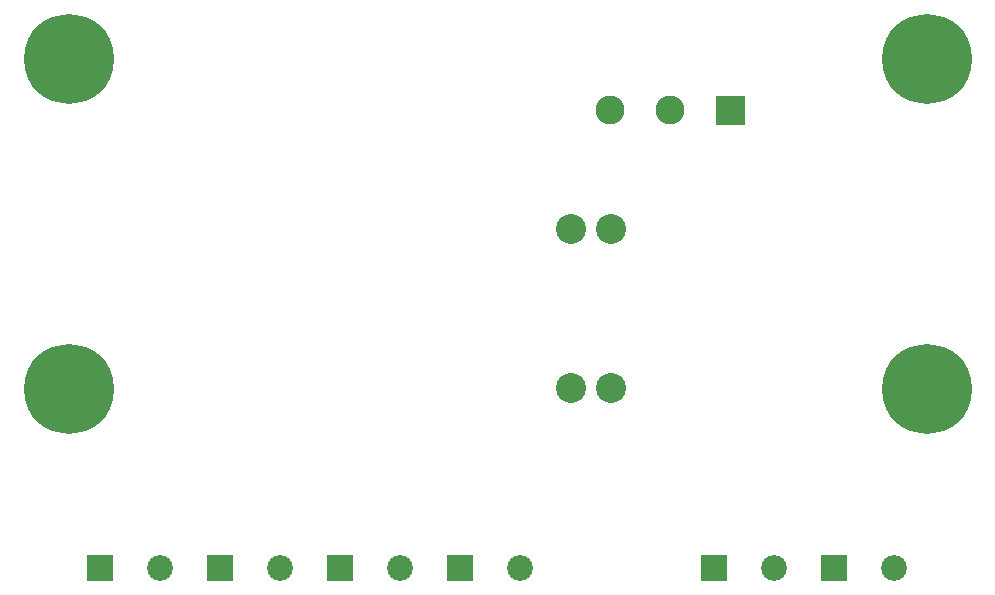
<source format=gbr>
G04 start of page 7 for group -4062 idx -4062 *
G04 Title: (unknown), soldermask *
G04 Creator: pcb 20140316 *
G04 CreationDate: Tue 26 Feb 2019 04:39:58 AM GMT UTC *
G04 For: railfan *
G04 Format: Gerber/RS-274X *
G04 PCB-Dimensions (mil): 3200.00 2000.00 *
G04 PCB-Coordinate-Origin: lower left *
%MOIN*%
%FSLAX25Y25*%
%LNBOTTOMMASK*%
%ADD68C,0.0960*%
%ADD67C,0.2997*%
%ADD66C,0.1000*%
%ADD65C,0.0860*%
%ADD64C,0.0001*%
G54D64*G36*
X227700Y17800D02*Y9200D01*
X236300D01*
Y17800D01*
X227700D01*
G37*
G54D65*X252000Y13500D03*
G54D64*G36*
X267700Y17800D02*Y9200D01*
X276300D01*
Y17800D01*
X267700D01*
G37*
G54D65*X292000Y13500D03*
G54D66*X184300Y73500D03*
X197700D03*
G54D67*X303000Y73000D03*
G54D64*G36*
X143200Y17800D02*Y9200D01*
X151800D01*
Y17800D01*
X143200D01*
G37*
G54D65*X167500Y13500D03*
G54D64*G36*
X103200Y17800D02*Y9200D01*
X111800D01*
Y17800D01*
X103200D01*
G37*
G54D65*X127500Y13500D03*
G54D64*G36*
X63200Y17800D02*Y9200D01*
X71800D01*
Y17800D01*
X63200D01*
G37*
G36*
X23200D02*Y9200D01*
X31800D01*
Y17800D01*
X23200D01*
G37*
G54D65*X47500Y13500D03*
G54D67*X17000Y73000D03*
G54D65*X87500Y13500D03*
G54D67*X303000Y183000D03*
X17000D03*
G54D64*G36*
X232700Y170800D02*Y161200D01*
X242300D01*
Y170800D01*
X232700D01*
G37*
G54D68*X217500Y166000D03*
X197500D03*
G54D66*X184300Y126500D03*
X197700D03*
M02*

</source>
